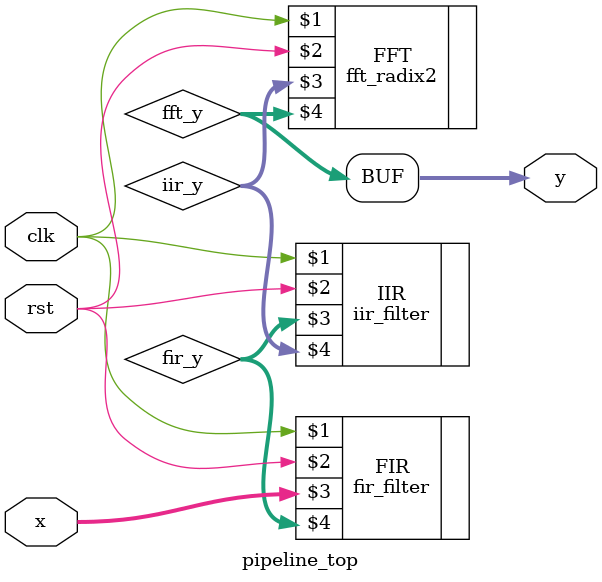
<source format=v>
module pipeline_top(
    input clk,
    input rst,
    input signed [15:0] x,
    output signed [15:0] y
);

    wire signed [15:0] fir_y;
    wire signed [15:0] iir_y;
    wire signed [15:0] fft_y;

    fir_filter FIR(clk, rst, x, fir_y);
    iir_filter IIR(clk, rst, fir_y, iir_y);
    fft_radix2 FFT(clk, rst, iir_y, fft_y);

    assign y = fft_y;

endmodule

</source>
